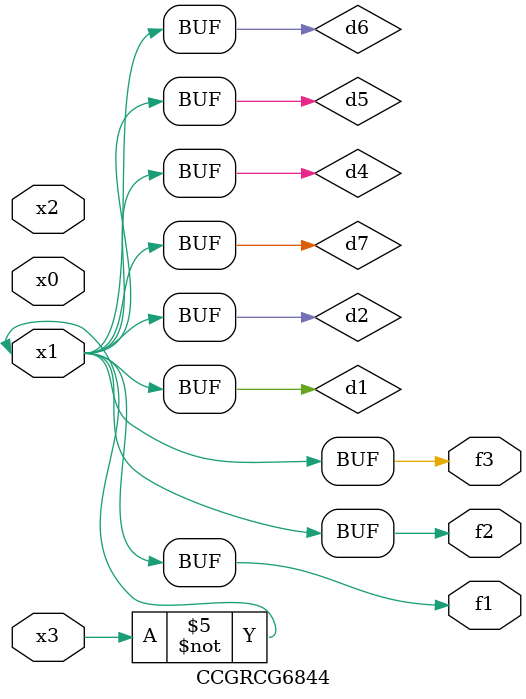
<source format=v>
module CCGRCG6844(
	input x0, x1, x2, x3,
	output f1, f2, f3
);

	wire d1, d2, d3, d4, d5, d6, d7;

	not (d1, x3);
	buf (d2, x1);
	xnor (d3, d1, d2);
	nor (d4, d1);
	buf (d5, d1, d2);
	buf (d6, d4, d5);
	nand (d7, d4);
	assign f1 = d6;
	assign f2 = d7;
	assign f3 = d6;
endmodule

</source>
